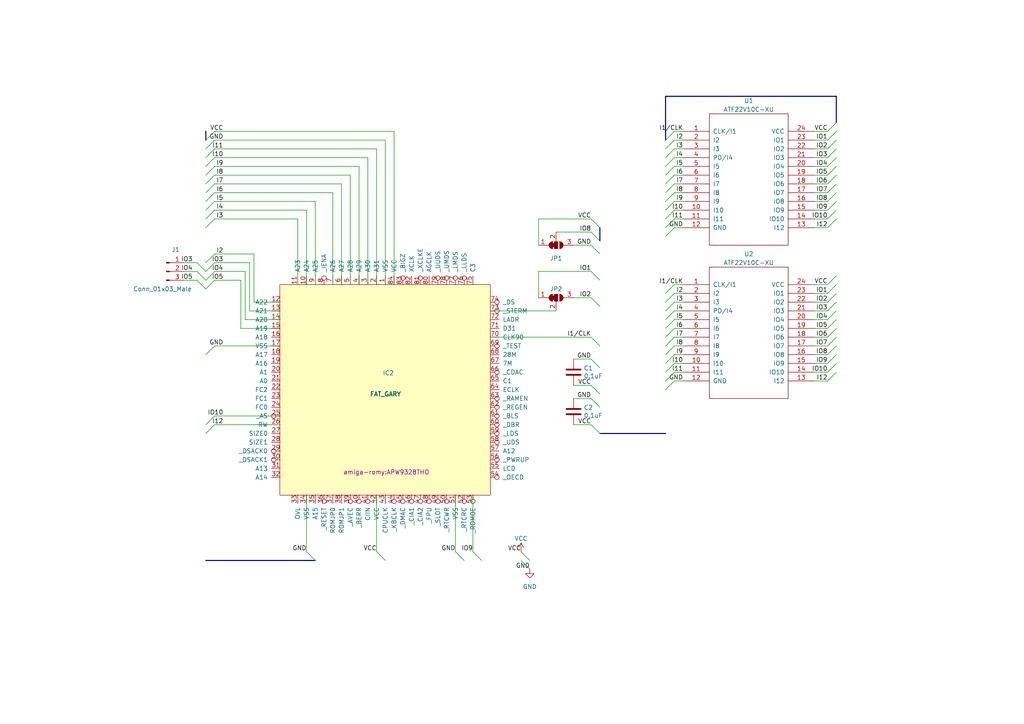
<source format=kicad_sch>
(kicad_sch (version 20210406) (generator eeschema)
  (paper "A4")
  (title_block (title "ROMY - Amiga 3000 / 4000 1MB+ Kickstart") (date "2021-04-06") (rev "5") (company "https://amiga.technology/") (comment 4 "Amiga ROMY"))
  (lib_symbols
    (symbol "Connector:Conn_01x03_Male" (pin_names (offset 1.016) hide)
      (property "Reference" "J" (at 0 5.08 0))
      (property "Value" "Conn_01x03_Male" (at 0 -5.08 0))
      (symbol "Conn_01x03_Male_1_1"
        (rectangle (start 0.8636 -2.413) (end 0 -2.667) (stroke (width 0.1524)) (fill (type outline)))
        (rectangle (start 0.8636 0.127) (end 0 -0.127) (stroke (width 0.1524)) (fill (type outline)))
        (rectangle (start 0.8636 2.667) (end 0 2.413) (stroke (width 0.1524)) (fill (type outline)))
        (polyline (pts (xy 1.27 -2.54) (xy 0.8636 -2.54)) (stroke (width 0.1524)))
        (polyline (pts (xy 1.27 0) (xy 0.8636 0)) (stroke (width 0.1524)))
        (polyline (pts (xy 1.27 2.54) (xy 0.8636 2.54)) (stroke (width 0.1524)))
        (pin passive line (at 5.08 2.54 180) (length 3.81) (name "Pin_1") (number "1"))
        (pin passive line (at 5.08 0 180) (length 3.81) (name "Pin_2") (number "2"))
        (pin passive line (at 5.08 -2.54 180) (length 3.81) (name "Pin_3") (number "3"))
      )
    )
    (symbol "Device:C" (pin_numbers hide) (pin_names (offset 0.254))
      (property "Reference" "C" (at 0.635 2.54 0))
      (property "Value" "C" (at 0.635 -2.54 0))
      (symbol "C_0_1"
        (polyline (pts (xy -2.032 -0.762) (xy 2.032 -0.762)) (stroke (width 0.508)))
        (polyline (pts (xy -2.032 0.762) (xy 2.032 0.762)) (stroke (width 0.508)))
      )
      (symbol "C_1_1"
        (pin passive line (at 0 3.81 270) (length 2.794) (name "~") (number "1"))
        (pin passive line (at 0 -3.81 90) (length 2.794) (name "~") (number "2"))
      )
    )
    (symbol "GALs:ATF22V10C-XU" (pin_names (offset 1.016))
      (property "Reference" "U" (at 0 -2.54 0))
      (property "Value" "ATF22V10C-XU" (at 0 2.54 0))
      (symbol "ATF22V10C-XU_1_0"
        (rectangle (start -11.43 -19.05) (end 11.43 19.05))
      )
      (symbol "ATF22V10C-XU_1_1"
        (pin input line (at -19.05 13.97 0) (length 7.62) (name "CLK/I1") (number "1"))
        (pin input line (at -19.05 -8.89 0) (length 7.62) (name "I10") (number "10"))
        (pin input line (at -19.05 -11.43 0) (length 7.62) (name "I11") (number "11"))
        (pin input line (at -19.05 -13.97 0) (length 7.62) (name "GND") (number "12"))
        (pin input line (at 19.05 -13.97 180) (length 7.62) (name "I12") (number "13"))
        (pin input line (at 19.05 -11.43 180) (length 7.62) (name "IO10") (number "14"))
        (pin input line (at 19.05 -8.89 180) (length 7.62) (name "IO9") (number "15"))
        (pin input line (at 19.05 -6.35 180) (length 7.62) (name "IO8") (number "16"))
        (pin input line (at 19.05 -3.81 180) (length 7.62) (name "IO7") (number "17"))
        (pin input line (at 19.05 -1.27 180) (length 7.62) (name "IO6") (number "18"))
        (pin input line (at 19.05 1.27 180) (length 7.62) (name "IO5") (number "19"))
        (pin input line (at -19.05 11.43 0) (length 7.62) (name "I2") (number "2"))
        (pin input line (at 19.05 3.81 180) (length 7.62) (name "IO4") (number "20"))
        (pin input line (at 19.05 6.35 180) (length 7.62) (name "IO3") (number "21"))
        (pin input line (at 19.05 8.89 180) (length 7.62) (name "IO2") (number "22"))
        (pin input line (at 19.05 11.43 180) (length 7.62) (name "IO1") (number "23"))
        (pin input line (at 19.05 13.97 180) (length 7.62) (name "VCC") (number "24"))
        (pin input line (at -19.05 8.89 0) (length 7.62) (name "I3") (number "3"))
        (pin input line (at -19.05 6.35 0) (length 7.62) (name "PD/I4") (number "4"))
        (pin input line (at -19.05 3.81 0) (length 7.62) (name "I5") (number "5"))
        (pin input line (at -19.05 1.27 0) (length 7.62) (name "I6") (number "6"))
        (pin input line (at -19.05 -1.27 0) (length 7.62) (name "I7") (number "7"))
        (pin input line (at -19.05 -3.81 0) (length 7.62) (name "I8") (number "8"))
        (pin input line (at -19.05 -6.35 0) (length 7.62) (name "I9") (number "9"))
      )
    )
    (symbol "Jumper:SolderJumper_3_Bridged12" (pin_names (offset 0) hide)
      (property "Reference" "JP" (at -2.54 -2.54 0))
      (property "Value" "SolderJumper_3_Bridged12" (at 0 2.794 0))
      (symbol "SolderJumper_3_Bridged12_0_1"
        (arc (start -1.016 1.016) (end -1.016 -1.016) (radius (at -1.016 0) (length 1.016) (angles 90.1 -90.1)))
        (arc (start 1.016 -1.016) (end 1.016 1.016) (radius (at 1.016 0) (length 1.016) (angles -89.9 89.9)))
        (arc (start -1.016 1.016) (end -1.016 -1.016) (radius (at -1.016 0) (length 1.016) (angles 90.1 -90.1)) (fill (type outline)))
        (arc (start 1.016 -1.016) (end 1.016 1.016) (radius (at 1.016 0) (length 1.016) (angles -89.9 89.9)) (fill (type outline)))
        (rectangle (start -1.016 0.508) (end -0.508 -0.508) (fill (type outline)))
        (rectangle (start -0.508 1.016) (end 0.508 -1.016) (fill (type outline)))
        (polyline (pts (xy -2.54 0) (xy -2.032 0)))
        (polyline (pts (xy -1.016 1.016) (xy -1.016 -1.016)))
        (polyline (pts (xy 0 -1.27) (xy 0 -1.016)))
        (polyline (pts (xy 1.016 1.016) (xy 1.016 -1.016)))
        (polyline (pts (xy 2.54 0) (xy 2.032 0)))
      )
      (symbol "SolderJumper_3_Bridged12_1_1"
        (pin passive line (at -5.08 0 0) (length 2.54) (name "A") (number "1"))
        (pin input line (at 0 -3.81 90) (length 2.54) (name "C") (number "2"))
        (pin passive line (at 5.08 0 180) (length 2.54) (name "B") (number "3"))
      )
    )
    (symbol "amiga-chips:FAT_GARY" (pin_names (offset 1.016))
      (property "Reference" "U" (at 0 -1.27 0))
      (property "Value" "FAT_GARY" (at 0 1.27 0))
      (symbol "FAT_GARY_0_0"
        (pin power_in line (at 0 30.48 90) (length 2.54) (name "VSS") (number "1"))
        (pin bidirectional line (at -22.86 30.48 90) (length 2.54) (name "A24") (number "10"))
        (pin input line (at -25.4 30.48 90) (length 2.54) (name "A23") (number "11"))
        (pin input line (at -30.48 25.4 180) (length 2.54) (name "A22") (number "12"))
        (pin input line (at -30.48 22.86 180) (length 2.54) (name "A21") (number "13"))
        (pin input line (at -30.48 20.32 180) (length 2.54) (name "A20") (number "14"))
        (pin input line (at -30.48 17.78 180) (length 2.54) (name "A19") (number "15"))
        (pin input line (at -30.48 15.24 180) (length 2.54) (name "A18") (number "16"))
        (pin power_in line (at -30.48 12.7 180) (length 2.54) (name "VSS") (number "17"))
        (pin input line (at -30.48 10.16 180) (length 2.54) (name "A17") (number "18"))
        (pin input line (at -30.48 7.62 180) (length 2.54) (name "A16") (number "19"))
        (pin bidirectional line (at -2.54 30.48 90) (length 2.54) (name "A31") (number "2"))
        (pin input line (at -30.48 5.08 180) (length 2.54) (name "A1") (number "20"))
        (pin input line (at -30.48 2.54 180) (length 2.54) (name "A0") (number "21"))
        (pin input line (at -30.48 0 180) (length 2.54) (name "FC2") (number "22"))
        (pin input line (at -30.48 -2.54 180) (length 2.54) (name "FC1") (number "23"))
        (pin input line (at -30.48 -5.08 180) (length 2.54) (name "FC0") (number "24"))
        (pin input inverted (at -30.48 -7.62 180) (length 2.54) (name "_AS") (number "25"))
        (pin input line (at -30.48 -10.16 180) (length 2.54) (name "RW") (number "26"))
        (pin input line (at -30.48 -12.7 180) (length 2.54) (name "SIZE0") (number "27"))
        (pin input line (at -30.48 -15.24 180) (length 2.54) (name "SIZE1") (number "28"))
        (pin output inverted (at -30.48 -17.78 180) (length 2.54) (name "_DSACK0") (number "29"))
        (pin bidirectional line (at -5.08 30.48 90) (length 2.54) (name "A30") (number "3"))
        (pin output inverted (at -30.48 -20.32 180) (length 2.54) (name "_DSACK1") (number "30"))
        (pin input line (at -30.48 -22.86 180) (length 2.54) (name "A13") (number "31"))
        (pin input line (at -30.48 -25.4 180) (length 2.54) (name "A14") (number "32"))
        (pin input line (at -25.4 -30.48 270) (length 2.54) (name "OVL") (number "33"))
        (pin power_in line (at -22.86 -30.48 270) (length 2.54) (name "VSS") (number "34"))
        (pin input line (at -20.32 -30.48 270) (length 2.54) (name "A15") (number "35"))
        (pin bidirectional inverted (at -17.78 -30.48 270) (length 2.54) (name "_RESET") (number "36"))
        (pin input line (at -15.24 -30.48 270) (length 2.54) (name "ROMJP0") (number "37"))
        (pin input line (at -12.7 -30.48 270) (length 2.54) (name "ROMJP1") (number "38"))
        (pin output inverted (at -10.16 -30.48 270) (length 2.54) (name "_AVEC") (number "39"))
        (pin bidirectional line (at -7.62 30.48 90) (length 2.54) (name "A29") (number "4"))
        (pin output inverted (at -7.62 -30.48 270) (length 2.54) (name "_BERR") (number "40"))
        (pin output inverted (at -5.08 -30.48 270) (length 2.54) (name "CIIN") (number "41"))
        (pin power_in line (at -2.54 -30.48 270) (length 2.54) (name "VCC") (number "42"))
        (pin input line (at 0 -30.48 270) (length 2.54) (name "CPUCLK") (number "43"))
        (pin input inverted (at 2.54 -30.48 270) (length 2.54) (name "_KBCLK") (number "44"))
        (pin output inverted (at 5.08 -30.48 270) (length 2.54) (name "_DMAC") (number "45"))
        (pin output inverted (at 7.62 -30.48 270) (length 2.54) (name "_CIA1") (number "46"))
        (pin output inverted (at 10.16 -30.48 270) (length 2.54) (name "_CIA2") (number "47"))
        (pin output inverted (at 12.7 -30.48 270) (length 2.54) (name "_FPU") (number "48"))
        (pin output inverted (at 15.24 -30.48 270) (length 2.54) (name "_SLOT") (number "49"))
        (pin bidirectional line (at -10.16 30.48 90) (length 2.54) (name "A28") (number "5"))
        (pin output inverted (at 17.78 -30.48 270) (length 2.54) (name "_RTCWR") (number "50"))
        (pin power_in line (at 20.32 -30.48 270) (length 2.54) (name "VSS") (number "51"))
        (pin output inverted (at 22.86 -30.48 270) (length 2.54) (name "_RTCRC") (number "52"))
        (pin output inverted (at 25.4 -30.48 270) (length 2.54) (name "_ROMOE") (number "53"))
        (pin output inverted (at 30.48 -25.4 0) (length 2.54) (name "_OECD") (number "54"))
        (pin output line (at 30.48 -22.86 0) (length 2.54) (name "LCD") (number "55"))
        (pin input inverted (at 30.48 -20.32 0) (length 2.54) (name "_PWRUP") (number "56"))
        (pin input line (at 30.48 -17.78 0) (length 2.54) (name "A12") (number "57"))
        (pin output inverted (at 30.48 -15.24 0) (length 2.54) (name "_UDS") (number "58"))
        (pin output inverted (at 30.48 -12.7 0) (length 2.54) (name "_LDS") (number "59"))
        (pin bidirectional line (at -12.7 30.48 90) (length 2.54) (name "A27") (number "6"))
        (pin input inverted (at 30.48 -10.16 0) (length 2.54) (name "_DBR") (number "60"))
        (pin output inverted (at 30.48 -7.62 0) (length 2.54) (name "_BLS") (number "61"))
        (pin output inverted (at 30.48 -5.08 0) (length 2.54) (name "_REGEN") (number "62"))
        (pin output inverted (at 30.48 -2.54 0) (length 2.54) (name "_RAMEN") (number "63"))
        (pin output line (at 30.48 0 0) (length 2.54) (name "ECLK") (number "64"))
        (pin input line (at 30.48 2.54 0) (length 2.54) (name "C1") (number "65"))
        (pin input inverted (at 30.48 5.08 0) (length 2.54) (name "_CDAC") (number "66"))
        (pin input line (at 30.48 7.62 0) (length 2.54) (name "7M") (number "67"))
        (pin input line (at 30.48 10.16 0) (length 2.54) (name "28M") (number "68"))
        (pin input inverted (at 30.48 12.7 0) (length 2.54) (name "_TEST") (number "69"))
        (pin bidirectional line (at -15.24 30.48 90) (length 2.54) (name "A26") (number "7"))
        (pin input line (at 30.48 15.24 0) (length 2.54) (name "CLK90") (number "70"))
        (pin bidirectional line (at 30.48 17.78 0) (length 2.54) (name "D31") (number "71"))
        (pin output line (at 30.48 20.32 0) (length 2.54) (name "LADR") (number "72"))
        (pin output inverted (at 30.48 22.86 0) (length 2.54) (name "_STERM") (number "73"))
        (pin input inverted (at 30.48 25.4 0) (length 2.54) (name "_DS") (number "74"))
        (pin input line (at 25.4 30.48 90) (length 2.54) (name "C3") (number "75"))
        (pin output inverted (at 22.86 30.48 90) (length 2.54) (name "_LLDS") (number "76"))
        (pin output inverted (at 20.32 30.48 90) (length 2.54) (name "_LMDS") (number "77"))
        (pin output inverted (at 17.78 30.48 90) (length 2.54) (name "_UMDS") (number "78"))
        (pin output inverted (at 15.24 30.48 90) (length 2.54) (name "_UUDS") (number "79"))
        (pin output inverted (at -17.78 30.48 90) (length 2.54) (name "_IENA") (number "8"))
        (pin output line (at 12.7 30.48 90) (length 2.54) (name "AGCLK") (number "80"))
        (pin input inverted (at 10.16 30.48 90) (length 2.54) (name "_XCLKE") (number "81"))
        (pin input line (at 7.62 30.48 90) (length 2.54) (name "XCLK") (number "82"))
        (pin input inverted (at 5.08 30.48 90) (length 2.54) (name "_BIGZ") (number "83"))
        (pin power_in line (at 2.54 30.48 90) (length 2.54) (name "VCC") (number "84"))
        (pin bidirectional line (at -20.32 30.48 90) (length 2.54) (name "A25") (number "9"))
      )
      (symbol "FAT_GARY_0_1"
        (rectangle (start -30.5816 -30.5816) (end 30.4292 30.48) (fill (type background)))
      )
    )
    (symbol "power:GND" (power) (pin_names (offset 0))
      (property "Value" "GND" (at 0 -3.81 0))
      (symbol "GND_0_1"
        (polyline (pts (xy 0 0) (xy 0 -1.27) (xy 1.27 -1.27) (xy 0 -2.54) (xy -1.27 -1.27) (xy 0 -1.27)))
      )
      (symbol "GND_1_1"
        (pin power_in line (at 0 0 270) (length 0) hide (name "GND") (number "1"))
      )
    )
    (symbol "power:VCC" (power) (pin_names (offset 0))
      (property "Value" "VCC" (at 0 3.81 0))
      (symbol "VCC_0_1"
        (polyline (pts (xy -0.762 1.27) (xy 0 2.54)))
        (polyline (pts (xy 0 0) (xy 0 2.54)))
        (polyline (pts (xy 0 2.54) (xy 0.762 1.27)))
      )
      (symbol "VCC_1_1"
        (pin power_in line (at 0 0 90) (length 0) hide (name "VCC") (number "1"))
      )
    )
  )
  (bus_entry (at 57.15 76.2) (size 2.54 2.54) (stroke (width 0.1524)))
  (bus_entry (at 57.15 78.74) (size 2.54 2.54) (stroke (width 0.1524)))
  (bus_entry (at 57.15 81.28) (size 2.54 2.54) (stroke (width 0.1524)))
  (bus_entry (at 59.69 40.64) (size 2.54 -2.54) (stroke (width 0.1524)))
  (bus_entry (at 59.69 43.18) (size 2.54 -2.54) (stroke (width 0.1524)))
  (bus_entry (at 59.69 45.72) (size 2.54 -2.54) (stroke (width 0.1524)))
  (bus_entry (at 59.69 48.26) (size 2.54 -2.54) (stroke (width 0.1524)))
  (bus_entry (at 59.69 50.8) (size 2.54 -2.54) (stroke (width 0.1524)))
  (bus_entry (at 59.69 53.34) (size 2.54 -2.54) (stroke (width 0.1524)))
  (bus_entry (at 59.69 55.88) (size 2.54 -2.54) (stroke (width 0.1524)))
  (bus_entry (at 59.69 58.42) (size 2.54 -2.54) (stroke (width 0.1524)))
  (bus_entry (at 59.69 60.96) (size 2.54 -2.54) (stroke (width 0.1524)))
  (bus_entry (at 59.69 63.5) (size 2.54 -2.54) (stroke (width 0.1524)))
  (bus_entry (at 59.69 78.74) (size 2.54 -2.54) (stroke (width 0.1524)))
  (bus_entry (at 59.69 81.28) (size 2.54 -2.54) (stroke (width 0.1524)))
  (bus_entry (at 59.69 83.82) (size 2.54 -2.54) (stroke (width 0.1524)))
  (bus_entry (at 59.69 102.87) (size 2.54 -2.54) (stroke (width 0.1524)))
  (bus_entry (at 59.69 123.19) (size 2.54 -2.54) (stroke (width 0.1524)))
  (bus_entry (at 59.69 125.73) (size 2.54 -2.54) (stroke (width 0.1524)))
  (bus_entry (at 62.23 63.5) (size -2.54 2.54) (stroke (width 0.1524)))
  (bus_entry (at 62.23 73.66) (size -2.54 2.54) (stroke (width 0.1524)))
  (bus_entry (at 88.9 160.02) (size 2.54 2.54) (stroke (width 0.1524)))
  (bus_entry (at 109.22 160.02) (size 2.54 2.54) (stroke (width 0.1524)))
  (bus_entry (at 132.08 160.02) (size 2.54 2.54) (stroke (width 0.1524)))
  (bus_entry (at 137.16 160.02) (size 2.54 2.54) (stroke (width 0.1524)))
  (bus_entry (at 151.13 160.02) (size 2.54 2.54) (stroke (width 0.1524)))
  (bus_entry (at 151.13 162.56) (size 2.54 2.54) (stroke (width 0.1524)))
  (bus_entry (at 171.45 63.5) (size 2.54 2.54) (stroke (width 0.1524)))
  (bus_entry (at 171.45 67.31) (size 2.54 2.54) (stroke (width 0.1524)))
  (bus_entry (at 171.45 71.12) (size 2.54 2.54) (stroke (width 0.1524)))
  (bus_entry (at 171.45 78.74) (size 2.54 2.54) (stroke (width 0.1524)))
  (bus_entry (at 171.45 86.36) (size 2.54 2.54) (stroke (width 0.1524)))
  (bus_entry (at 171.45 97.79) (size 2.54 2.54) (stroke (width 0.1524)))
  (bus_entry (at 171.45 104.14) (size 2.54 2.54) (stroke (width 0.1524)))
  (bus_entry (at 171.45 111.76) (size 2.54 2.54) (stroke (width 0.1524)))
  (bus_entry (at 171.45 115.57) (size 2.54 2.54) (stroke (width 0.1524)))
  (bus_entry (at 171.45 123.19) (size 2.54 2.54) (stroke (width 0.1524)))
  (bus_entry (at 193.04 85.09) (size 2.54 -2.54) (stroke (width 0.1524)))
  (bus_entry (at 193.04 87.63) (size 2.54 -2.54) (stroke (width 0.1524)))
  (bus_entry (at 193.04 90.17) (size 2.54 -2.54) (stroke (width 0.1524)))
  (bus_entry (at 193.04 92.71) (size 2.54 -2.54) (stroke (width 0.1524)))
  (bus_entry (at 193.04 95.25) (size 2.54 -2.54) (stroke (width 0.1524)))
  (bus_entry (at 193.04 97.79) (size 2.54 -2.54) (stroke (width 0.1524)))
  (bus_entry (at 193.04 100.33) (size 2.54 -2.54) (stroke (width 0.1524)))
  (bus_entry (at 193.04 102.87) (size 2.54 -2.54) (stroke (width 0.1524)))
  (bus_entry (at 193.04 105.41) (size 2.54 -2.54) (stroke (width 0.1524)))
  (bus_entry (at 193.04 107.95) (size 2.54 -2.54) (stroke (width 0.1524)))
  (bus_entry (at 193.04 110.49) (size 2.54 -2.54) (stroke (width 0.1524)))
  (bus_entry (at 193.04 113.03) (size 2.54 -2.54) (stroke (width 0.1524)))
  (bus_entry (at 195.58 38.1) (size -2.54 2.54) (stroke (width 0.1524)))
  (bus_entry (at 195.58 40.64) (size -2.54 2.54) (stroke (width 0.1524)))
  (bus_entry (at 195.58 43.18) (size -2.54 2.54) (stroke (width 0.1524)))
  (bus_entry (at 195.58 45.72) (size -2.54 2.54) (stroke (width 0.1524)))
  (bus_entry (at 195.58 48.26) (size -2.54 2.54) (stroke (width 0.1524)))
  (bus_entry (at 195.58 50.8) (size -2.54 2.54) (stroke (width 0.1524)))
  (bus_entry (at 195.58 53.34) (size -2.54 2.54) (stroke (width 0.1524)))
  (bus_entry (at 195.58 55.88) (size -2.54 2.54) (stroke (width 0.1524)))
  (bus_entry (at 195.58 58.42) (size -2.54 2.54) (stroke (width 0.1524)))
  (bus_entry (at 195.58 60.96) (size -2.54 2.54) (stroke (width 0.1524)))
  (bus_entry (at 195.58 63.5) (size -2.54 2.54) (stroke (width 0.1524)))
  (bus_entry (at 195.58 66.04) (size -2.54 2.54) (stroke (width 0.1524)))
  (bus_entry (at 240.03 38.1) (size 2.54 -2.54) (stroke (width 0.1524)))
  (bus_entry (at 240.03 40.64) (size 2.54 -2.54) (stroke (width 0.1524)))
  (bus_entry (at 240.03 43.18) (size 2.54 -2.54) (stroke (width 0.1524)))
  (bus_entry (at 240.03 45.72) (size 2.54 -2.54) (stroke (width 0.1524)))
  (bus_entry (at 240.03 48.26) (size 2.54 -2.54) (stroke (width 0.1524)))
  (bus_entry (at 240.03 50.8) (size 2.54 -2.54) (stroke (width 0.1524)))
  (bus_entry (at 240.03 53.34) (size 2.54 -2.54) (stroke (width 0.1524)))
  (bus_entry (at 240.03 55.88) (size 2.54 -2.54) (stroke (width 0.1524)))
  (bus_entry (at 240.03 58.42) (size 2.54 -2.54) (stroke (width 0.1524)))
  (bus_entry (at 240.03 60.96) (size 2.54 -2.54) (stroke (width 0.1524)))
  (bus_entry (at 240.03 63.5) (size 2.54 -2.54) (stroke (width 0.1524)))
  (bus_entry (at 240.03 66.04) (size 2.54 -2.54) (stroke (width 0.1524)))
  (bus_entry (at 240.03 82.55) (size 2.54 -2.54) (stroke (width 0.1524)))
  (bus_entry (at 240.03 85.09) (size 2.54 -2.54) (stroke (width 0.1524)))
  (bus_entry (at 240.03 87.63) (size 2.54 -2.54) (stroke (width 0.1524)))
  (bus_entry (at 240.03 90.17) (size 2.54 -2.54) (stroke (width 0.1524)))
  (bus_entry (at 240.03 92.71) (size 2.54 -2.54) (stroke (width 0.1524)))
  (bus_entry (at 240.03 95.25) (size 2.54 -2.54) (stroke (width 0.1524)))
  (bus_entry (at 240.03 97.79) (size 2.54 -2.54) (stroke (width 0.1524)))
  (bus_entry (at 240.03 100.33) (size 2.54 -2.54) (stroke (width 0.1524)))
  (bus_entry (at 240.03 102.87) (size 2.54 -2.54) (stroke (width 0.1524)))
  (bus_entry (at 240.03 105.41) (size 2.54 -2.54) (stroke (width 0.1524)))
  (bus_entry (at 240.03 107.95) (size 2.54 -2.54) (stroke (width 0.1524)))
  (bus_entry (at 240.03 110.49) (size 2.54 -2.54) (stroke (width 0.1524)))
  (wire (pts (xy 53.34 76.2) (xy 57.15 76.2)))
  (wire (pts (xy 53.34 78.74) (xy 57.15 78.74)))
  (wire (pts (xy 53.34 81.28) (xy 57.15 81.28)))
  (wire (pts (xy 62.23 38.1) (xy 114.3 38.1)))
  (wire (pts (xy 62.23 40.64) (xy 111.76 40.64)))
  (wire (pts (xy 62.23 50.8) (xy 101.6 50.8)))
  (wire (pts (xy 62.23 53.34) (xy 99.06 53.34)))
  (wire (pts (xy 62.23 55.88) (xy 96.52 55.88)))
  (wire (pts (xy 62.23 58.42) (xy 91.44 58.42)))
  (wire (pts (xy 62.23 60.96) (xy 88.9 60.96)))
  (wire (pts (xy 62.23 63.5) (xy 86.36 63.5)))
  (wire (pts (xy 62.23 73.66) (xy 73.66 73.66)))
  (wire (pts (xy 62.23 76.2) (xy 72.39 76.2)))
  (wire (pts (xy 62.23 78.74) (xy 71.12 78.74)))
  (wire (pts (xy 62.23 81.28) (xy 69.85 81.28)))
  (wire (pts (xy 62.23 100.33) (xy 81.28 100.33)))
  (wire (pts (xy 62.23 120.65) (xy 81.28 120.65)))
  (wire (pts (xy 62.23 123.19) (xy 81.28 123.19)))
  (wire (pts (xy 69.85 81.28) (xy 69.85 95.25)))
  (wire (pts (xy 69.85 95.25) (xy 81.28 95.25)))
  (wire (pts (xy 71.12 78.74) (xy 71.12 92.71)))
  (wire (pts (xy 71.12 92.71) (xy 81.28 92.71)))
  (wire (pts (xy 72.39 76.2) (xy 72.39 90.17)))
  (wire (pts (xy 72.39 90.17) (xy 81.28 90.17)))
  (wire (pts (xy 73.66 73.66) (xy 73.66 87.63)))
  (wire (pts (xy 73.66 87.63) (xy 81.28 87.63)))
  (wire (pts (xy 86.36 63.5) (xy 86.36 82.55)))
  (wire (pts (xy 88.9 60.96) (xy 88.9 82.55)))
  (wire (pts (xy 88.9 143.51) (xy 88.9 160.02)))
  (wire (pts (xy 91.44 58.42) (xy 91.44 82.55)))
  (wire (pts (xy 96.52 55.88) (xy 96.52 82.55)))
  (wire (pts (xy 99.06 53.34) (xy 99.06 82.55)))
  (wire (pts (xy 101.6 50.8) (xy 101.6 82.55)))
  (wire (pts (xy 104.14 48.26) (xy 62.23 48.26)))
  (wire (pts (xy 104.14 48.26) (xy 104.14 82.55)))
  (wire (pts (xy 106.68 45.72) (xy 62.23 45.72)))
  (wire (pts (xy 106.68 45.72) (xy 106.68 82.55)))
  (wire (pts (xy 109.22 43.18) (xy 62.23 43.18)))
  (wire (pts (xy 109.22 43.18) (xy 109.22 82.55)))
  (wire (pts (xy 109.22 143.51) (xy 109.22 160.02)))
  (wire (pts (xy 111.76 40.64) (xy 111.76 82.55)))
  (wire (pts (xy 114.3 38.1) (xy 114.3 82.55)))
  (wire (pts (xy 132.08 143.51) (xy 132.08 160.02)))
  (wire (pts (xy 137.16 143.51) (xy 137.16 160.02)))
  (wire (pts (xy 142.24 90.17) (xy 161.29 90.17)))
  (wire (pts (xy 142.24 97.79) (xy 171.45 97.79)))
  (wire (pts (xy 156.21 63.5) (xy 156.21 71.12)))
  (wire (pts (xy 156.21 63.5) (xy 171.45 63.5)))
  (wire (pts (xy 156.21 78.74) (xy 156.21 86.36)))
  (wire (pts (xy 156.21 78.74) (xy 171.45 78.74)))
  (wire (pts (xy 161.29 67.31) (xy 171.45 67.31)))
  (wire (pts (xy 166.37 71.12) (xy 171.45 71.12)))
  (wire (pts (xy 166.37 86.36) (xy 171.45 86.36)))
  (wire (pts (xy 166.37 104.14) (xy 171.45 104.14)))
  (wire (pts (xy 166.37 111.76) (xy 171.45 111.76)))
  (wire (pts (xy 166.37 115.57) (xy 171.45 115.57)))
  (wire (pts (xy 166.37 123.19) (xy 171.45 123.19)))
  (wire (pts (xy 195.58 38.1) (xy 198.12 38.1)))
  (wire (pts (xy 195.58 40.64) (xy 198.12 40.64)))
  (wire (pts (xy 195.58 43.18) (xy 198.12 43.18)))
  (wire (pts (xy 195.58 45.72) (xy 198.12 45.72)))
  (wire (pts (xy 195.58 48.26) (xy 198.12 48.26)))
  (wire (pts (xy 195.58 50.8) (xy 198.12 50.8)))
  (wire (pts (xy 195.58 53.34) (xy 198.12 53.34)))
  (wire (pts (xy 195.58 55.88) (xy 198.12 55.88)))
  (wire (pts (xy 195.58 58.42) (xy 198.12 58.42)))
  (wire (pts (xy 195.58 60.96) (xy 198.12 60.96)))
  (wire (pts (xy 195.58 63.5) (xy 198.12 63.5)))
  (wire (pts (xy 195.58 66.04) (xy 198.12 66.04)))
  (wire (pts (xy 195.58 82.55) (xy 198.12 82.55)))
  (wire (pts (xy 195.58 85.09) (xy 198.12 85.09)))
  (wire (pts (xy 195.58 87.63) (xy 198.12 87.63)))
  (wire (pts (xy 195.58 90.17) (xy 198.12 90.17)))
  (wire (pts (xy 195.58 92.71) (xy 198.12 92.71)))
  (wire (pts (xy 195.58 95.25) (xy 198.12 95.25)))
  (wire (pts (xy 195.58 97.79) (xy 198.12 97.79)))
  (wire (pts (xy 195.58 100.33) (xy 198.12 100.33)))
  (wire (pts (xy 195.58 102.87) (xy 198.12 102.87)))
  (wire (pts (xy 195.58 105.41) (xy 198.12 105.41)))
  (wire (pts (xy 195.58 107.95) (xy 198.12 107.95)))
  (wire (pts (xy 195.58 110.49) (xy 198.12 110.49)))
  (wire (pts (xy 236.22 38.1) (xy 240.03 38.1)))
  (wire (pts (xy 236.22 40.64) (xy 240.03 40.64)))
  (wire (pts (xy 236.22 43.18) (xy 240.03 43.18)))
  (wire (pts (xy 236.22 45.72) (xy 240.03 45.72)))
  (wire (pts (xy 236.22 48.26) (xy 240.03 48.26)))
  (wire (pts (xy 236.22 50.8) (xy 240.03 50.8)))
  (wire (pts (xy 236.22 53.34) (xy 240.03 53.34)))
  (wire (pts (xy 236.22 55.88) (xy 240.03 55.88)))
  (wire (pts (xy 236.22 58.42) (xy 240.03 58.42)))
  (wire (pts (xy 236.22 60.96) (xy 240.03 60.96)))
  (wire (pts (xy 236.22 63.5) (xy 240.03 63.5)))
  (wire (pts (xy 236.22 66.04) (xy 240.03 66.04)))
  (wire (pts (xy 236.22 82.55) (xy 240.03 82.55)))
  (wire (pts (xy 236.22 85.09) (xy 240.03 85.09)))
  (wire (pts (xy 236.22 87.63) (xy 240.03 87.63)))
  (wire (pts (xy 236.22 90.17) (xy 240.03 90.17)))
  (wire (pts (xy 236.22 92.71) (xy 240.03 92.71)))
  (wire (pts (xy 236.22 95.25) (xy 240.03 95.25)))
  (wire (pts (xy 236.22 97.79) (xy 240.03 97.79)))
  (wire (pts (xy 236.22 100.33) (xy 240.03 100.33)))
  (wire (pts (xy 236.22 102.87) (xy 240.03 102.87)))
  (wire (pts (xy 236.22 105.41) (xy 240.03 105.41)))
  (wire (pts (xy 236.22 107.95) (xy 240.03 107.95)))
  (wire (pts (xy 236.22 110.49) (xy 240.03 110.49)))
  (bus (pts (xy 59.69 38.1) (xy 59.69 162.56)))
  (bus (pts (xy 59.69 162.56) (xy 242.57 162.56)))
  (bus (pts (xy 173.99 66.04) (xy 173.99 125.73)))
  (bus (pts (xy 193.04 27.94) (xy 193.04 125.73)))
  (bus (pts (xy 193.04 27.94) (xy 242.57 27.94)))
  (bus (pts (xy 193.04 125.73) (xy 173.99 125.73)))
  (bus (pts (xy 242.57 27.94) (xy 242.57 162.56)))
  (label "IO3" (at 55.88 76.2 180))
  (label "IO4" (at 55.88 78.74 180))
  (label "IO5" (at 55.88 81.28 180))
  (label "VCC" (at 64.77 38.1 180))
  (label "GND" (at 64.77 40.64 180))
  (label "I11" (at 64.77 43.18 180))
  (label "I10" (at 64.77 45.72 180))
  (label "I9" (at 64.77 48.26 180))
  (label "I8" (at 64.77 50.8 180))
  (label "I7" (at 64.77 53.34 180))
  (label "I6" (at 64.77 55.88 180))
  (label "I5" (at 64.77 58.42 180))
  (label "I4" (at 64.77 60.96 180))
  (label "I3" (at 64.77 63.5 180))
  (label "I2" (at 64.77 73.66 180))
  (label "IO3" (at 64.77 76.2 180))
  (label "IO4" (at 64.77 78.74 180))
  (label "IO5" (at 64.77 81.28 180))
  (label "GND" (at 64.77 100.33 180))
  (label "IO10" (at 64.77 120.65 180))
  (label "I12" (at 64.77 123.19 180))
  (label "GND" (at 88.9 160.02 180))
  (label "VCC" (at 109.22 160.02 180))
  (label "GND" (at 132.08 160.02 180))
  (label "IO9" (at 137.16 160.02 180))
  (label "VCC" (at 151.13 160.02 180))
  (label "GND" (at 153.67 165.1 180))
  (label "VCC" (at 171.45 63.5 180))
  (label "IO8" (at 171.45 67.31 180))
  (label "GND" (at 171.45 71.12 180))
  (label "IO1" (at 171.45 78.74 180))
  (label "IO2" (at 171.45 86.36 180))
  (label "I1{slash}CLK" (at 171.45 97.79 180))
  (label "GND" (at 171.45 104.14 180))
  (label "VCC" (at 171.45 111.76 180))
  (label "GND" (at 171.45 115.57 180))
  (label "VCC" (at 171.45 123.19 180))
  (label "I1{slash}CLK" (at 198.12 38.1 180))
  (label "I2" (at 198.12 40.64 180))
  (label "I3" (at 198.12 43.18 180))
  (label "I4" (at 198.12 45.72 180))
  (label "I5" (at 198.12 48.26 180))
  (label "I6" (at 198.12 50.8 180))
  (label "I7" (at 198.12 53.34 180))
  (label "I8" (at 198.12 55.88 180))
  (label "I9" (at 198.12 58.42 180))
  (label "I10" (at 198.12 60.96 180))
  (label "I11" (at 198.12 63.5 180))
  (label "GND" (at 198.12 66.04 180))
  (label "I1{slash}CLK" (at 198.12 82.55 180))
  (label "I2" (at 198.12 85.09 180))
  (label "I3" (at 198.12 87.63 180))
  (label "I4" (at 198.12 90.17 180))
  (label "I5" (at 198.12 92.71 180))
  (label "I6" (at 198.12 95.25 180))
  (label "I7" (at 198.12 97.79 180))
  (label "I8" (at 198.12 100.33 180))
  (label "I9" (at 198.12 102.87 180))
  (label "I10" (at 198.12 105.41 180))
  (label "I11" (at 198.12 107.95 180))
  (label "GND" (at 198.12 110.49 180))
  (label "VCC" (at 240.03 38.1 180))
  (label "IO1" (at 240.03 40.64 180))
  (label "IO2" (at 240.03 43.18 180))
  (label "IO3" (at 240.03 45.72 180))
  (label "IO4" (at 240.03 48.26 180))
  (label "IO5" (at 240.03 50.8 180))
  (label "IO6" (at 240.03 53.34 180))
  (label "IO7" (at 240.03 55.88 180))
  (label "IO8" (at 240.03 58.42 180))
  (label "IO9" (at 240.03 60.96 180))
  (label "IO10" (at 240.03 63.5 180))
  (label "I12" (at 240.03 66.04 180))
  (label "VCC" (at 240.03 82.55 180))
  (label "IO1" (at 240.03 85.09 180))
  (label "IO2" (at 240.03 87.63 180))
  (label "IO3" (at 240.03 90.17 180))
  (label "IO4" (at 240.03 92.71 180))
  (label "IO5" (at 240.03 95.25 180))
  (label "IO6" (at 240.03 97.79 180))
  (label "IO7" (at 240.03 100.33 180))
  (label "IO8" (at 240.03 102.87 180))
  (label "IO9" (at 240.03 105.41 180))
  (label "IO10" (at 240.03 107.95 180))
  (label "I12" (at 240.03 110.49 180))
  (symbol (lib_id "power:VCC") (at 151.13 160.02 0) (unit 1)
    (property "Reference" "#PWR0102" (effects hide))
    (property "Value" "VCC" (at 151.13 156.21 0))
  )
  (symbol (lib_id "power:GND") (at 153.67 165.1 0) (unit 1)
    (property "Reference" "#PWR0101" (effects hide))
    (property "Value" "GND" (at 153.67 170.18 0))
  )
  (symbol (lib_id "Connector:Conn_01x03_Male") (at 48.26 78.74 0) (unit 1)
    (property "Reference" "J1" (at 50.9524 72.39 0))
    (property "Value" "Conn_01x03_Male" (at 47.1424 83.82 0))
    (property "Footprint" "Connector_PinHeader_2.54mm:PinHeader_1x03_P2.54mm_Vertical" (effects hide))
  )
  (symbol (lib_id "Device:C") (at 166.37 107.95 0) (unit 1)
    (property "Reference" "C1" (at 169.291 106.7816 0) (effects (justify left)))
    (property "Value" "0.1uF" (at 169.291 109.093 0) (effects (justify left)))
    (property "Footprint" "Capacitor_SMD:C_0805_2012Metric_Pad1.18x1.45mm_HandSolder" (effects hide))
  )
  (symbol (lib_id "Device:C") (at 166.37 119.38 0) (unit 1)
    (property "Reference" "C2" (at 169.291 118.2116 0) (effects (justify left)))
    (property "Value" "0.1uF" (at 169.291 120.523 0) (effects (justify left)))
    (property "Footprint" "Capacitor_SMD:C_0805_2012Metric_Pad1.18x1.45mm_HandSolder" (effects hide))
  )
  (symbol (lib_id "Jumper:SolderJumper_3_Bridged12") (at 161.29 71.12 0) (mirror x) (unit 1)
    (property "Reference" "JP1" (at 161.29 74.93 0))
    (property "Value" "SolderJumper_3_Bridged12" (effects hide))
    (property "Footprint" "Jumper:SolderJumper-3_P1.3mm_Bridged12_RoundedPad1.0x1.5mm_NumberLabels" (effects hide))
  )
  (symbol (lib_id "Jumper:SolderJumper_3_Bridged12") (at 161.29 86.36 0) (unit 1)
    (property "Reference" "JP2" (at 161.29 83.82 0))
    (property "Value" "SolderJumper_3_Bridged12" (effects hide))
    (property "Footprint" "Jumper:SolderJumper-3_P1.3mm_Bridged12_RoundedPad1.0x1.5mm_NumberLabels" (effects hide))
  )
  (symbol (lib_id "GALs:ATF22V10C-XU") (at 217.17 52.07 0) (unit 1)
    (property "Reference" "U1" (at 217.17 29.21 0))
    (property "Value" "ATF22V10C-XU" (at 217.17 31.75 0))
    (property "Footprint" "amiga-romy:asym_TSSOP-24_4.4x7.8mm_P0.65mm" (effects hide))
    (property "Datasheet" "DOCUMENTATION" (effects hide))
  )
  (symbol (lib_id "GALs:ATF22V10C-XU") (at 217.17 96.52 0) (unit 1)
    (property "Reference" "U2" (at 217.17 73.66 0))
    (property "Value" "ATF22V10C-XU" (at 217.17 76.2 0))
    (property "Footprint" "amiga-romy:asym_TSSOP-24_4.4x7.8mm_P0.65mm" (effects hide))
    (property "Datasheet" "DOCUMENTATION" (effects hide))
  )
  (symbol (lib_id "amiga-chips:FAT_GARY") (at 111.76 113.03 0) (unit 1)
    (property "Reference" "IC2" (at 110.9726 108.1786 0) (effects (justify left)))
    (property "Value" "FAT_GARY" (at 107.1626 114.3 0) (effects (font bold) (justify left)))
    (property "Footprint" "amiga-romy:APW9328THO" (at 99.5426 136.9314 0) (effects (justify left)))
  )
)
</source>
